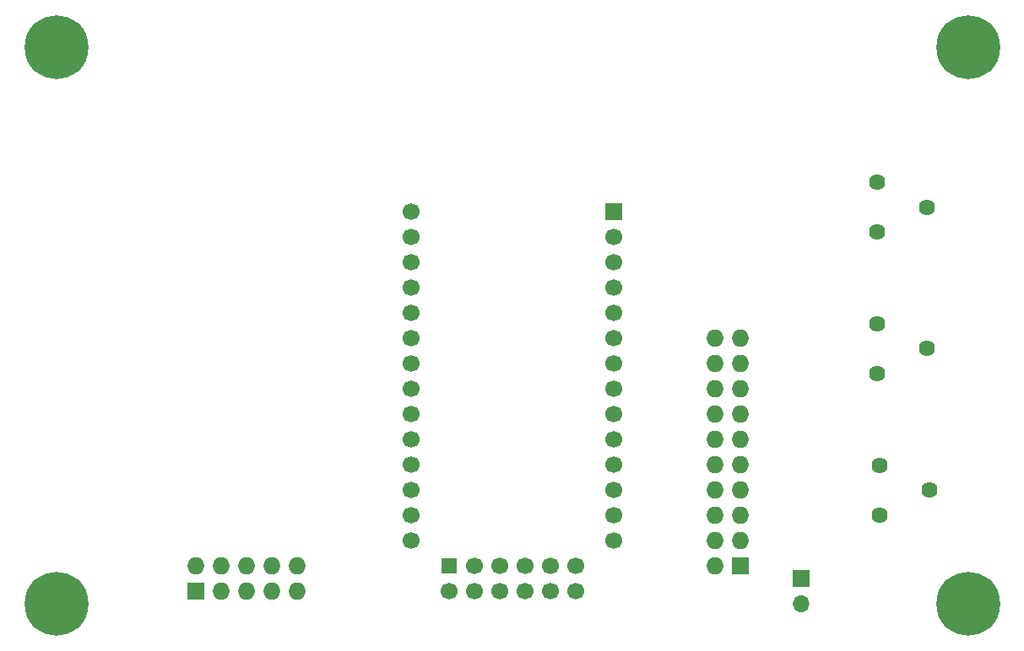
<source format=gbs>
G04 #@! TF.GenerationSoftware,KiCad,Pcbnew,5.99.0-unknown-43514a1~86~ubuntu18.04.1*
G04 #@! TF.CreationDate,2020-02-15T13:45:35+00:00*
G04 #@! TF.ProjectId,RADIO,52414449-4f2e-46b6-9963-61645f706362,rev?*
G04 #@! TF.SameCoordinates,Original*
G04 #@! TF.FileFunction,Soldermask,Bot*
G04 #@! TF.FilePolarity,Negative*
%FSLAX46Y46*%
G04 Gerber Fmt 4.6, Leading zero omitted, Abs format (unit mm)*
G04 Created by KiCad (PCBNEW 5.99.0-unknown-43514a1~86~ubuntu18.04.1) date 2020-02-15 13:45:35*
%MOMM*%
%LPD*%
G01*
G04 APERTURE LIST*
%ADD10C,1.620000*%
%ADD11C,6.400000*%
%ADD12O,1.727200X1.727200*%
%ADD13R,1.727200X1.727200*%
%ADD14C,1.700000*%
%ADD15R,1.524000X1.524000*%
%ADD16R,1.700000X1.700000*%
%ADD17O,1.700000X1.700000*%
G04 APERTURE END LIST*
D10*
X175006000Y-78279000D03*
X180006000Y-75779000D03*
X175006000Y-73279000D03*
X175006000Y-92456000D03*
X180006000Y-89956000D03*
X175006000Y-87456000D03*
X175260000Y-106680000D03*
X180260000Y-104180000D03*
X175260000Y-101680000D03*
D11*
X92710000Y-59690000D03*
X92710000Y-115570000D03*
X184150000Y-59690000D03*
X184150000Y-115570000D03*
D12*
X116840000Y-111760000D03*
X116840000Y-114300000D03*
X114300000Y-111760000D03*
X114300000Y-114300000D03*
X111760000Y-111760000D03*
X111760000Y-114300000D03*
X109220000Y-111760000D03*
X109220000Y-114300000D03*
X106680000Y-111760000D03*
D13*
X106680000Y-114300000D03*
D14*
X144780000Y-114300000D03*
X142240000Y-114300000D03*
X139700000Y-114300000D03*
X137160000Y-114300000D03*
X134620000Y-114300000D03*
X132080000Y-114300000D03*
X144780000Y-111760000D03*
X142240000Y-111760000D03*
X139700000Y-111760000D03*
X137160000Y-111760000D03*
X134620000Y-111760000D03*
D15*
X132080000Y-111760000D03*
D14*
X148590000Y-109220000D03*
X148590000Y-106680000D03*
X148590000Y-104140000D03*
X148590000Y-101600000D03*
X148590000Y-99060000D03*
X148590000Y-96520000D03*
X148590000Y-93980000D03*
X148590000Y-91440000D03*
X148590000Y-88900000D03*
X148590000Y-86360000D03*
X148590000Y-83820000D03*
X148590000Y-81280000D03*
X148590000Y-78740000D03*
D16*
X148590000Y-76200000D03*
D14*
X128270000Y-109220000D03*
X128270000Y-106680000D03*
X128270000Y-104140000D03*
X128270000Y-101600000D03*
X128270000Y-99060000D03*
X128270000Y-96520000D03*
X128270000Y-93980000D03*
X128270000Y-91440000D03*
X128270000Y-88900000D03*
X128270000Y-86360000D03*
X128270000Y-83820000D03*
X128270000Y-81280000D03*
X128270000Y-78740000D03*
X128270000Y-76200000D03*
D17*
X167435000Y-115570000D03*
D16*
X167435000Y-113030000D03*
D12*
X158750000Y-88900000D03*
X161290000Y-88900000D03*
X158750000Y-91440000D03*
X161290000Y-91440000D03*
X158750000Y-93980000D03*
X161290000Y-93980000D03*
X158750000Y-96520000D03*
X161290000Y-96520000D03*
X158750000Y-99060000D03*
X161290000Y-99060000D03*
X158750000Y-101600000D03*
X161290000Y-101600000D03*
X158750000Y-104140000D03*
X161290000Y-104140000D03*
X158750000Y-106680000D03*
X161290000Y-106680000D03*
X158750000Y-109220000D03*
X161290000Y-109220000D03*
X158750000Y-111760000D03*
D13*
X161290000Y-111760000D03*
M02*

</source>
